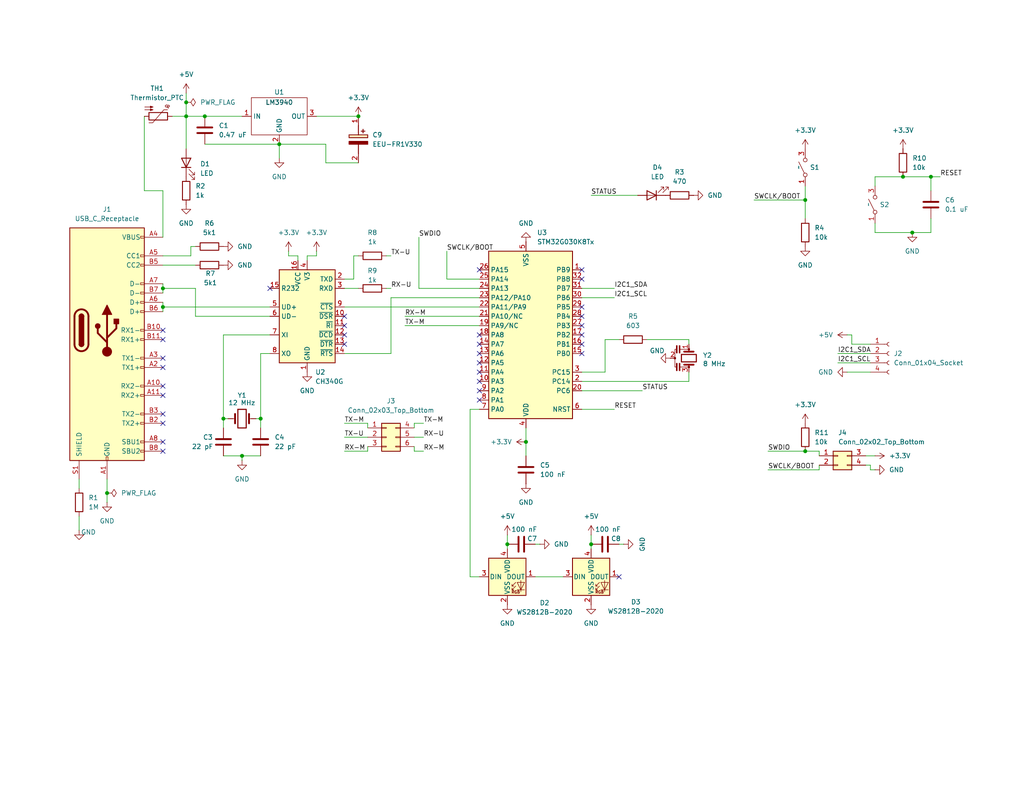
<source format=kicad_sch>
(kicad_sch (version 20231120) (generator "eeschema") (generator_version "8.0")
  (paper "USLetter")
  (title_block (title "Modular battlemap devboard") (rev "1"))
  (lib_symbols
    (symbol "Connector:Conn_01x04_Socket" (pin_names (offset 1.016) hide)
      (property "Reference" "J" (at 0 5.08 0))
      (property "Value" "Conn_01x04_Socket" (at 0 -7.62 0))
      (symbol "Conn_01x04_Socket_1_1"
        (arc (start 0 -4.572) (mid -0.5058 -5.08) (end 0 -5.588) (stroke (width 0.1524)))
        (arc (start 0 -2.032) (mid -0.5058 -2.54) (end 0 -3.048) (stroke (width 0.1524)))
        (polyline (pts (xy -1.27 -5.08) (xy -0.508 -5.08)) (stroke (width 0.1524)))
        (polyline (pts (xy -1.27 -2.54) (xy -0.508 -2.54)) (stroke (width 0.1524)))
        (polyline (pts (xy -1.27 0) (xy -0.508 0)) (stroke (width 0.1524)))
        (polyline (pts (xy -1.27 2.54) (xy -0.508 2.54)) (stroke (width 0.1524)))
        (arc (start 0 0.508) (mid -0.5058 0) (end 0 -0.508) (stroke (width 0.1524)))
        (arc (start 0 3.048) (mid -0.5058 2.54) (end 0 2.032) (stroke (width 0.1524)))
        (pin passive line (at -5.08 2.54 0) (length 3.81) (name "Pin_1") (number "1"))
        (pin passive line (at -5.08 0 0) (length 3.81) (name "Pin_2") (number "2"))
        (pin passive line (at -5.08 -2.54 0) (length 3.81) (name "Pin_3") (number "3"))
        (pin passive line (at -5.08 -5.08 0) (length 3.81) (name "Pin_4") (number "4"))
      )
    )
    (symbol "Connector_Generic:Conn_02x02_Top_Bottom" (pin_names (offset 1.016) hide)
      (property "Reference" "J" (at 1.27 2.54 0))
      (property "Value" "Conn_02x02_Top_Bottom" (at 1.27 -5.08 0))
      (symbol "Conn_02x02_Top_Bottom_1_1"
        (rectangle (start -1.27 -2.413) (end 0 -2.667) (stroke (width 0.1524)))
        (rectangle (start -1.27 0.127) (end 0 -0.127) (stroke (width 0.1524)))
        (rectangle (start -1.27 1.27) (end 3.81 -3.81) (stroke (width 0.254)) (fill (type background)))
        (rectangle (start 3.81 -2.413) (end 2.54 -2.667) (stroke (width 0.1524)))
        (rectangle (start 3.81 0.127) (end 2.54 -0.127) (stroke (width 0.1524)))
        (pin passive line (at -5.08 0 0) (length 3.81) (name "Pin_1") (number "1"))
        (pin passive line (at -5.08 -2.54 0) (length 3.81) (name "Pin_2") (number "2"))
        (pin passive line (at 7.62 0 180) (length 3.81) (name "Pin_3") (number "3"))
        (pin passive line (at 7.62 -2.54 180) (length 3.81) (name "Pin_4") (number "4"))
      )
    )
    (symbol "Connector_Generic:Conn_02x03_Top_Bottom" (pin_names (offset 1.016) hide)
      (property "Reference" "J" (at 1.27 5.08 0))
      (property "Value" "Conn_02x03_Top_Bottom" (at 1.27 -5.08 0))
      (symbol "Conn_02x03_Top_Bottom_1_1"
        (rectangle (start -1.27 -2.413) (end 0 -2.667) (stroke (width 0.1524)))
        (rectangle (start -1.27 0.127) (end 0 -0.127) (stroke (width 0.1524)))
        (rectangle (start -1.27 2.667) (end 0 2.413) (stroke (width 0.1524)))
        (rectangle (start -1.27 3.81) (end 3.81 -3.81) (stroke (width 0.254)) (fill (type background)))
        (rectangle (start 3.81 -2.413) (end 2.54 -2.667) (stroke (width 0.1524)))
        (rectangle (start 3.81 0.127) (end 2.54 -0.127) (stroke (width 0.1524)))
        (rectangle (start 3.81 2.667) (end 2.54 2.413) (stroke (width 0.1524)))
        (pin passive line (at -5.08 2.54 0) (length 3.81) (name "Pin_1") (number "1"))
        (pin passive line (at -5.08 0 0) (length 3.81) (name "Pin_2") (number "2"))
        (pin passive line (at -5.08 -2.54 0) (length 3.81) (name "Pin_3") (number "3"))
        (pin passive line (at 7.62 2.54 180) (length 3.81) (name "Pin_4") (number "4"))
        (pin passive line (at 7.62 0 180) (length 3.81) (name "Pin_5") (number "5"))
        (pin passive line (at 7.62 -2.54 180) (length 3.81) (name "Pin_6") (number "6"))
      )
    )
    (symbol "Device:C" (pin_numbers hide) (pin_names (offset 0.254))
      (property "Reference" "C" (at 0.635 2.54 0))
      (property "Value" "C" (at 0.635 -2.54 0))
      (symbol "C_0_1"
        (polyline (pts (xy -2.032 -0.762) (xy 2.032 -0.762)) (stroke (width 0.508)))
        (polyline (pts (xy -2.032 0.762) (xy 2.032 0.762)) (stroke (width 0.508)))
      )
      (symbol "C_1_1"
        (pin passive line (at 0 3.81 270) (length 2.794) (name "~") (number "1"))
        (pin passive line (at 0 -3.81 90) (length 2.794) (name "~") (number "2"))
      )
    )
    (symbol "Device:Crystal" (pin_numbers hide) (pin_names (offset 1.016) hide)
      (property "Reference" "Y" (at 0 3.81 0))
      (property "Value" "Crystal" (at 0 -3.81 0))
      (symbol "Crystal_0_1"
        (rectangle (start -1.143 2.54) (end 1.143 -2.54) (stroke (width 0.3048)))
        (polyline (pts (xy -2.54 0) (xy -1.905 0)))
        (polyline (pts (xy -1.905 -1.27) (xy -1.905 1.27)) (stroke (width 0.508)))
        (polyline (pts (xy 1.905 -1.27) (xy 1.905 1.27)) (stroke (width 0.508)))
        (polyline (pts (xy 2.54 0) (xy 1.905 0)))
      )
      (symbol "Crystal_1_1"
        (pin passive line (at -3.81 0 0) (length 1.27) (name "1") (number "1"))
        (pin passive line (at 3.81 0 180) (length 1.27) (name "2") (number "2"))
      )
    )
    (symbol "Device:LED" (pin_numbers hide) (pin_names (offset 1.016) hide)
      (property "Reference" "D" (at 0 2.54 0))
      (property "Value" "LED" (at 0 -2.54 0))
      (symbol "LED_0_1"
        (polyline (pts (xy -1.27 -1.27) (xy -1.27 1.27)) (stroke (width 0.254)))
        (polyline (pts (xy -1.27 0) (xy 1.27 0)))
        (polyline (pts (xy 1.27 -1.27) (xy 1.27 1.27) (xy -1.27 0) (xy 1.27 -1.27)) (stroke (width 0.254)))
        (polyline (pts (xy -3.048 -0.762) (xy -4.572 -2.286) (xy -3.81 -2.286) (xy -4.572 -2.286) (xy -4.572 -1.524)))
        (polyline (pts (xy -1.778 -0.762) (xy -3.302 -2.286) (xy -2.54 -2.286) (xy -3.302 -2.286) (xy -3.302 -1.524)))
      )
      (symbol "LED_1_1"
        (pin passive line (at -3.81 0 0) (length 2.54) (name "K") (number "1"))
        (pin passive line (at 3.81 0 180) (length 2.54) (name "A") (number "2"))
      )
    )
    (symbol "Device:R" (pin_numbers hide) (pin_names (offset 0))
      (property "Reference" "R" (at 2.032 0 90))
      (property "Value" "R" (at 0 0 90))
      (symbol "R_0_1"
        (rectangle (start -1.016 -2.54) (end 1.016 2.54) (stroke (width 0.254)))
      )
      (symbol "R_1_1"
        (pin passive line (at 0 3.81 270) (length 1.27) (name "~") (number "1"))
        (pin passive line (at 0 -3.81 90) (length 1.27) (name "~") (number "2"))
      )
    )
    (symbol "Device:Thermistor_PTC" (pin_numbers hide) (pin_names (offset 0))
      (property "Reference" "TH" (at -4.064 0 90))
      (property "Value" "Thermistor_PTC" (at 3.048 0 90))
      (symbol "Thermistor_PTC_0_1"
        (arc (start -3.048 2.159) (mid -3.0495 2.3143) (end -3.175 2.413))
        (arc (start -3.048 2.159) (mid -2.9736 1.9794) (end -2.794 1.905))
        (arc (start -3.048 2.794) (mid -2.9736 2.6144) (end -2.794 2.54))
        (arc (start -2.794 1.905) (mid -2.6144 1.9794) (end -2.54 2.159))
        (arc (start -2.794 2.54) (mid -2.4393 2.5587) (end -2.159 2.794))
        (arc (start -2.794 3.048) (mid -2.9736 2.9736) (end -3.048 2.794))
        (arc (start -2.54 2.794) (mid -2.6144 2.9736) (end -2.794 3.048))
        (rectangle (start -1.016 2.54) (end 1.016 -2.54) (stroke (width 0.254)))
        (polyline (pts (xy -2.54 2.159) (xy -2.54 2.794)))
        (polyline (pts (xy -1.778 2.54) (xy -1.778 1.524) (xy 1.778 -1.524) (xy 1.778 -2.54)))
        (polyline (pts (xy -2.54 -3.683) (xy -2.54 -1.397) (xy -2.794 -2.159) (xy -2.286 -2.159) (xy -2.54 -1.397) (xy -2.54 -1.651)) (fill (type outline)))
        (polyline (pts (xy -1.778 -3.683) (xy -1.778 -1.397) (xy -2.032 -2.159) (xy -1.524 -2.159) (xy -1.778 -1.397) (xy -1.778 -1.651)) (fill (type outline)))
      )
      (symbol "Thermistor_PTC_1_1"
        (pin passive line (at 0 3.81 270) (length 1.27) (name "~") (number "1"))
        (pin passive line (at 0 -3.81 90) (length 1.27) (name "~") (number "2"))
      )
    )
    (symbol "Interface_USB:CH340G"
      (property "Reference" "U" (at -5.08 13.97 0))
      (property "Value" "CH340G" (at 1.27 13.97 0))
      (symbol "CH340G_0_1"
        (rectangle (start -7.62 12.7) (end 7.62 -12.7) (stroke (width 0.254)) (fill (type background)))
      )
      (symbol "CH340G_1_1"
        (pin power_in line (at 0 -15.24 90) (length 2.54) (name "GND") (number "1"))
        (pin input line (at 10.16 0 180) (length 2.54) (name "~{DSR}") (number "10"))
        (pin input line (at 10.16 -2.54 180) (length 2.54) (name "~{RI}") (number "11"))
        (pin input line (at 10.16 -5.08 180) (length 2.54) (name "~{DCD}") (number "12"))
        (pin output line (at 10.16 -7.62 180) (length 2.54) (name "~{DTR}") (number "13"))
        (pin output line (at 10.16 -10.16 180) (length 2.54) (name "~{RTS}") (number "14"))
        (pin input line (at -10.16 7.62 0) (length 2.54) (name "R232") (number "15"))
        (pin power_in line (at -2.54 15.24 270) (length 2.54) (name "VCC") (number "16"))
        (pin output line (at 10.16 10.16 180) (length 2.54) (name "TXD") (number "2"))
        (pin input line (at 10.16 7.62 180) (length 2.54) (name "RXD") (number "3"))
        (pin power_out line (at 0 15.24 270) (length 2.54) (name "V3") (number "4"))
        (pin bidirectional line (at -10.16 2.54 0) (length 2.54) (name "UD+") (number "5"))
        (pin bidirectional line (at -10.16 0 0) (length 2.54) (name "UD-") (number "6"))
        (pin input line (at -10.16 -5.08 0) (length 2.54) (name "XI") (number "7"))
        (pin output line (at -10.16 -10.16 0) (length 2.54) (name "XO") (number "8"))
        (pin input line (at 10.16 2.54 180) (length 2.54) (name "~{CTS}") (number "9"))
      )
    )
    (symbol "LED:WS2812B-2020" (pin_names (offset 0.254))
      (property "Reference" "D" (at 5.08 5.715 0))
      (property "Value" "WS2812B-2020" (at 1.27 -5.715 0))
      (symbol "WS2812B-2020_0_0"
        (text "RGB" (at 2.286 -4.191 0) (effects (font (size 0.762 0.762))))
      )
      (symbol "WS2812B-2020_0_1"
        (polyline (pts (xy 1.27 -3.556) (xy 1.778 -3.556)))
        (polyline (pts (xy 1.27 -2.54) (xy 1.778 -2.54)))
        (polyline (pts (xy 4.699 -3.556) (xy 2.667 -3.556)))
        (polyline (pts (xy 2.286 -2.54) (xy 1.27 -3.556) (xy 1.27 -3.048)))
        (polyline (pts (xy 2.286 -1.524) (xy 1.27 -2.54) (xy 1.27 -2.032)))
        (polyline (pts (xy 3.683 -1.016) (xy 3.683 -3.556) (xy 3.683 -4.064)))
        (polyline (pts (xy 4.699 -1.524) (xy 2.667 -1.524) (xy 3.683 -3.556) (xy 4.699 -1.524)))
        (rectangle (start 5.08 5.08) (end -5.08 -5.08) (stroke (width 0.254)) (fill (type background)))
      )
      (symbol "WS2812B-2020_1_1"
        (pin output line (at 7.62 0 180) (length 2.54) (name "DOUT") (number "1"))
        (pin power_in line (at 0 -7.62 90) (length 2.54) (name "VSS") (number "2"))
        (pin input line (at -7.62 0 0) (length 2.54) (name "DIN") (number "3"))
        (pin power_in line (at 0 7.62 270) (length 2.54) (name "VDD") (number "4"))
      )
    )
    (symbol "MCU_ST_STM32G0:STM32G030K8Tx"
      (property "Reference" "U" (at -10.16 24.13 0))
      (property "Value" "STM32G030K8Tx" (at 5.08 24.13 0))
      (symbol "STM32G030K8Tx_0_1"
        (rectangle (start -10.16 -22.86) (end 12.7 22.86) (stroke (width 0.254)) (fill (type background)))
      )
      (symbol "STM32G030K8Tx_1_1"
        (pin bidirectional line (at -12.7 -17.78 0) (length 2.54) (name "PB9") (number "1"))
        (pin bidirectional line (at 15.24 12.7 180) (length 2.54) (name "PA3") (number "10"))
        (pin bidirectional line (at 15.24 10.16 180) (length 2.54) (name "PA4") (number "11"))
        (pin bidirectional line (at 15.24 7.62 180) (length 2.54) (name "PA5") (number "12"))
        (pin bidirectional line (at 15.24 5.08 180) (length 2.54) (name "PA6") (number "13"))
        (pin bidirectional line (at 15.24 2.54 180) (length 2.54) (name "PA7") (number "14"))
        (pin bidirectional line (at -12.7 5.08 0) (length 2.54) (name "PB0") (number "15"))
        (pin bidirectional line (at -12.7 2.54 0) (length 2.54) (name "PB1") (number "16"))
        (pin bidirectional line (at -12.7 0 0) (length 2.54) (name "PB2") (number "17"))
        (pin bidirectional line (at 15.24 0 180) (length 2.54) (name "PA8") (number "18"))
        (pin bidirectional line (at 15.24 -2.54 180) (length 2.54) (name "PA9/NC") (number "19"))
        (pin bidirectional line (at -12.7 12.7 0) (length 2.54) (name "PC14") (number "2"))
        (pin bidirectional line (at -12.7 15.24 0) (length 2.54) (name "PC6") (number "20"))
        (pin bidirectional line (at 15.24 -5.08 180) (length 2.54) (name "PA10/NC") (number "21"))
        (pin bidirectional line (at 15.24 -7.62 180) (length 2.54) (name "PA11/PA9") (number "22"))
        (pin bidirectional line (at 15.24 -10.16 180) (length 2.54) (name "PA12/PA10") (number "23"))
        (pin bidirectional line (at 15.24 -12.7 180) (length 2.54) (name "PA13") (number "24"))
        (pin bidirectional line (at 15.24 -15.24 180) (length 2.54) (name "PA14") (number "25"))
        (pin bidirectional line (at 15.24 -17.78 180) (length 2.54) (name "PA15") (number "26"))
        (pin bidirectional line (at -12.7 -2.54 0) (length 2.54) (name "PB3") (number "27"))
        (pin bidirectional line (at -12.7 -5.08 0) (length 2.54) (name "PB4") (number "28"))
        (pin bidirectional line (at -12.7 -7.62 0) (length 2.54) (name "PB5") (number "29"))
        (pin bidirectional line (at -12.7 10.16 0) (length 2.54) (name "PC15") (number "3"))
        (pin bidirectional line (at -12.7 -10.16 0) (length 2.54) (name "PB6") (number "30"))
        (pin bidirectional line (at -12.7 -12.7 0) (length 2.54) (name "PB7") (number "31"))
        (pin bidirectional line (at -12.7 -15.24 0) (length 2.54) (name "PB8") (number "32"))
        (pin power_in line (at 2.54 25.4 270) (length 2.54) (name "VDD") (number "4"))
        (pin power_in line (at 2.54 -25.4 90) (length 2.54) (name "VSS") (number "5"))
        (pin input line (at -12.7 20.32 0) (length 2.54) (name "NRST") (number "6"))
        (pin bidirectional line (at 15.24 20.32 180) (length 2.54) (name "PA0") (number "7"))
        (pin bidirectional line (at 15.24 17.78 180) (length 2.54) (name "PA1") (number "8"))
        (pin bidirectional line (at 15.24 15.24 180) (length 2.54) (name "PA2") (number "9"))
      )
    )
    (symbol "mesonlib:CSTNE8M00G550000R0"
      (property "Reference" "Y" (at 3.302 7.112 0))
      (property "Value" "8MHz" (at 3.302 4.572 0))
      (symbol "CSTNE8M00G550000R0_0_1"
        (polyline (pts (xy 1.397 -2.413) (xy 1.397 0)))
        (polyline (pts (xy 1.905 0) (xy 0.635 0)))
        (polyline (pts (xy 2.032 -1.27) (xy 2.032 1.27)) (stroke (width 0.508)))
        (polyline (pts (xy 5.588 -1.27) (xy 5.588 1.27)) (stroke (width 0.508)))
        (polyline (pts (xy 5.715 0) (xy 6.35 0)))
        (polyline (pts (xy 6.223 0) (xy 6.223 -2.54)))
        (polyline (pts (xy 6.223 -3.302) (xy 6.223 -3.81) (xy 1.397 -3.81) (xy 1.397 -3.302)))
        (rectangle (start 0.381 -3.175) (end 2.413 -3.429) (fill (type outline)))
        (rectangle (start 0.381 -2.413) (end 2.413 -2.667) (fill (type outline)))
        (circle (center 1.397 0) (radius 0.254) (fill (type outline)))
        (rectangle (start 2.794 2.032) (end 4.826 -2.032) (stroke (width 0.3048)))
        (circle (center 3.81 -3.81) (radius 0.254) (fill (type outline)))
        (rectangle (start 5.207 -3.175) (end 7.239 -3.429) (fill (type outline)))
        (rectangle (start 5.207 -2.413) (end 7.239 -2.667) (fill (type outline)))
        (circle (center 6.223 0) (radius 0.254) (fill (type outline)))
      )
      (symbol "CSTNE8M00G550000R0_1_1"
        (pin passive line (at 0 0 0) (length 1.27) (name "") (number "1"))
        (pin passive line (at 3.81 -5.08 90) (length 1.27) (name "") (number "2"))
        (pin passive line (at 7.62 0 180) (length 1.27) (name "") (number "3"))
      )
    )
    (symbol "mesonlib:EEU-FR1V330" (pin_names hide)
      (property "Reference" "C" (at 8.89 6.35 0))
      (property "Value" "EEU-FR1V330" (at 8.89 3.81 0))
      (symbol "EEU-FR1V330_1_1"
        (polyline (pts (xy 2.54 0) (xy 5.08 0)) (stroke (width 0.254)))
        (polyline (pts (xy 4.064 1.778) (xy 4.064 0.762)) (stroke (width 0.254)))
        (polyline (pts (xy 4.572 1.27) (xy 3.556 1.27)) (stroke (width 0.254)))
        (polyline (pts (xy 7.62 0) (xy 10.16 0)) (stroke (width 0.254)))
        (polyline (pts (xy 7.62 2.54) (xy 7.62 -2.54) (xy 6.858 -2.54) (xy 6.858 2.54) (xy 7.62 2.54)) (stroke (width 0.254)) (fill (type outline)))
        (rectangle (start 5.08 2.54) (end 5.842 -2.54) (stroke (width 0.254)) (fill (type background)))
        (pin passive line (at 0 0 0) (length 2.54) (name "+") (number "1"))
        (pin passive line (at 12.7 0 180) (length 2.54) (name "-") (number "2"))
      )
    )
    (symbol "mesonlib:LM3940"
      (property "Reference" "U" (at 0 7.62 0))
      (symbol "LM3940_0_1"
        (rectangle (start -7.62 5.08) (end 7.62 -5.08))
      )
      (symbol "LM3940_1_1"
        (text "LM3940" (at 0 3.81 0) (effects (font (size 1.27 1.27))))
        (pin power_in line (at -10.16 0 0) (length 2.54) (name "IN") (number "1"))
        (pin passive line (at 0 -7.62 90) (length 2.54) (name "GND") (number "2"))
        (pin power_out line (at 10.16 0 180) (length 2.54) (name "OUT") (number "3"))
      )
    )
    (symbol "mesonlib:USB_C_Receptacle" (pin_names (offset 1.016))
      (property "Reference" "J" (at -10.16 29.21 0))
      (property "Value" "USB_C_Receptacle" (at 10.16 29.21 0))
      (symbol "USB_C_Receptacle_0_0"
        (rectangle (start -0.254 -35.56) (end 0.254 -34.544))
        (rectangle (start 10.16 -32.766) (end 9.144 -33.274))
        (rectangle (start 10.16 -30.226) (end 9.144 -30.734))
        (rectangle (start 10.16 -25.146) (end 9.144 -25.654))
        (rectangle (start 10.16 -22.606) (end 9.144 -23.114))
        (rectangle (start 10.16 -17.526) (end 9.144 -18.034))
        (rectangle (start 10.16 -14.986) (end 9.144 -15.494))
        (rectangle (start 10.16 -9.906) (end 9.144 -10.414))
        (rectangle (start 10.16 -7.366) (end 9.144 -7.874))
        (rectangle (start 10.16 -2.286) (end 9.144 -2.794))
        (rectangle (start 10.16 0.254) (end 9.144 -0.254))
        (rectangle (start 10.16 5.334) (end 9.144 4.826))
        (rectangle (start 10.16 7.874) (end 9.144 7.366))
        (rectangle (start 10.16 10.414) (end 9.144 9.906))
        (rectangle (start 10.16 12.954) (end 9.144 12.446))
        (rectangle (start 10.16 18.034) (end 9.144 17.526))
        (rectangle (start 10.16 20.574) (end 9.144 20.066))
        (rectangle (start 10.16 25.654) (end 9.144 25.146))
      )
      (symbol "USB_C_Receptacle_0_1"
        (rectangle (start -10.16 27.94) (end 10.16 -35.56) (stroke (width 0.254)) (fill (type background)))
        (arc (start -8.89 -3.81) (mid -6.985 -5.7067) (end -5.08 -3.81) (stroke (width 0.508)))
        (arc (start -7.62 -3.81) (mid -6.985 -4.4423) (end -6.35 -3.81) (stroke (width 0.254)))
        (arc (start -7.62 -3.81) (mid -6.985 -4.4423) (end -6.35 -3.81) (stroke (width 0.254)) (fill (type outline)))
        (rectangle (start -7.62 -3.81) (end -6.35 3.81) (stroke (width 0.254)) (fill (type outline)))
        (arc (start -6.35 3.81) (mid -6.985 4.4423) (end -7.62 3.81) (stroke (width 0.254)))
        (arc (start -6.35 3.81) (mid -6.985 4.4423) (end -7.62 3.81) (stroke (width 0.254)) (fill (type outline)))
        (arc (start -5.08 3.81) (mid -6.985 5.7067) (end -8.89 3.81) (stroke (width 0.508)))
        (polyline (pts (xy -8.89 -3.81) (xy -8.89 3.81)) (stroke (width 0.508)))
        (polyline (pts (xy -5.08 3.81) (xy -5.08 -3.81)) (stroke (width 0.508)))
      )
      (symbol "USB_C_Receptacle_1_1"
        (circle (center -2.54 1.143) (radius 0.635) (stroke (width 0.254)) (fill (type outline)))
        (circle (center 0 -5.842) (radius 1.27) (fill (type outline)))
        (polyline (pts (xy 0 -5.842) (xy 0 4.318)) (stroke (width 0.508)))
        (polyline (pts (xy 0 -3.302) (xy -2.54 -0.762) (xy -2.54 0.508)) (stroke (width 0.508)))
        (polyline (pts (xy 0 -2.032) (xy 2.54 0.508) (xy 2.54 1.778)) (stroke (width 0.508)))
        (polyline (pts (xy -1.27 4.318) (xy 0 6.858) (xy 1.27 4.318) (xy -1.27 4.318)) (stroke (width 0.254)) (fill (type outline)))
        (rectangle (start 1.905 1.778) (end 3.175 3.048) (stroke (width 0.254)) (fill (type outline)))
        (pin passive line (at 0 -40.64 90) (length 5.08) (name "GND") (number "A1"))
        (pin bidirectional line (at 15.24 -15.24 180) (length 5.08) (name "RX2-") (number "A10"))
        (pin bidirectional line (at 15.24 -17.78 180) (length 5.08) (name "RX2+") (number "A11"))
        (pin passive line (at 0 -40.64 90) (length 5.08) hide (name "GND") (number "A12"))
        (pin bidirectional line (at 15.24 -10.16 180) (length 5.08) (name "TX1+") (number "A2"))
        (pin bidirectional line (at 15.24 -7.62 180) (length 5.08) (name "TX1-") (number "A3"))
        (pin power_out line (at 15.24 25.4 180) (length 5.08) (name "VBUS") (number "A4"))
        (pin bidirectional line (at 15.24 20.32 180) (length 5.08) (name "CC1") (number "A5"))
        (pin bidirectional line (at 15.24 7.62 180) (length 5.08) (name "D+") (number "A6"))
        (pin bidirectional line (at 15.24 12.7 180) (length 5.08) (name "D-") (number "A7"))
        (pin bidirectional line (at 15.24 -30.48 180) (length 5.08) (name "SBU1") (number "A8"))
        (pin passive line (at 15.24 25.4 180) (length 5.08) hide (name "VBUS") (number "A9"))
        (pin passive line (at 0 -40.64 90) (length 5.08) hide (name "GND") (number "B1"))
        (pin bidirectional line (at 15.24 0 180) (length 5.08) (name "RX1-") (number "B10"))
        (pin bidirectional line (at 15.24 -2.54 180) (length 5.08) (name "RX1+") (number "B11"))
        (pin passive line (at 0 -40.64 90) (length 5.08) hide (name "GND") (number "B12"))
        (pin bidirectional line (at 15.24 -25.4 180) (length 5.08) (name "TX2+") (number "B2"))
        (pin bidirectional line (at 15.24 -22.86 180) (length 5.08) (name "TX2-") (number "B3"))
        (pin passive line (at 15.24 25.4 180) (length 5.08) hide (name "VBUS") (number "B4"))
        (pin bidirectional line (at 15.24 17.78 180) (length 5.08) (name "CC2") (number "B5"))
        (pin bidirectional line (at 15.24 5.08 180) (length 5.08) (name "D+") (number "B6"))
        (pin bidirectional line (at 15.24 10.16 180) (length 5.08) (name "D-") (number "B7"))
        (pin bidirectional line (at 15.24 -33.02 180) (length 5.08) (name "SBU2") (number "B8"))
        (pin passive line (at 15.24 25.4 180) (length 5.08) hide (name "VBUS") (number "B9"))
        (pin passive line (at -7.62 -40.64 90) (length 5.08) (name "SHIELD") (number "S1"))
      )
    )
    (symbol "mesonlib:pushbutton_5.2x5.2mm_smd"
      (property "Reference" "S" (at 4.572 5.08 0))
      (symbol "pushbutton_5.2x5.2mm_smd_0_0"
        (polyline (pts (xy 3.556 0.254) (xy 6.604 1.778)))
        (circle (center 3.048 0) (radius 0.508))
        (circle (center 7.112 0) (radius 0.508))
      )
      (symbol "pushbutton_5.2x5.2mm_smd_1_1"
        (pin passive line (at 0 0 0) (length 2.54) (name "") (number "1"))
        (pin passive line (at 0 0 0) (length 2.54) hide (name "") (number "2"))
        (pin passive line (at 10.16 0 180) (length 2.54) (name "") (number "3"))
        (pin passive line (at 10.16 0 180) (length 2.54) hide (name "") (number "4"))
      )
    )
    (symbol "power:+3.3V" (power) (pin_numbers hide) (pin_names (offset 0) hide)
      (property "Value" "+3.3V" (at 0 3.556 0))
      (symbol "+3.3V_0_1"
        (polyline (pts (xy -0.762 1.27) (xy 0 2.54)))
        (polyline (pts (xy 0 0) (xy 0 2.54)))
        (polyline (pts (xy 0 2.54) (xy 0.762 1.27)))
      )
      (symbol "+3.3V_1_1"
        (pin power_in line (at 0 0 90) (length 0) (name "~") (number "1"))
      )
    )
    (symbol "power:+5V" (power) (pin_numbers hide) (pin_names (offset 0) hide)
      (property "Value" "+5V" (at 0 3.556 0))
      (symbol "+5V_0_1"
        (polyline (pts (xy -0.762 1.27) (xy 0 2.54)))
        (polyline (pts (xy 0 0) (xy 0 2.54)))
        (polyline (pts (xy 0 2.54) (xy 0.762 1.27)))
      )
      (symbol "+5V_1_1"
        (pin power_in line (at 0 0 90) (length 0) (name "~") (number "1"))
      )
    )
    (symbol "power:GND" (power) (pin_numbers hide) (pin_names (offset 0) hide)
      (property "Value" "GND" (at 0 -3.81 0))
      (symbol "GND_0_1"
        (polyline (pts (xy 0 0) (xy 0 -1.27) (xy 1.27 -1.27) (xy 0 -2.54) (xy -1.27 -1.27) (xy 0 -1.27)))
      )
      (symbol "GND_1_1"
        (pin power_in line (at 0 0 270) (length 0) (name "~") (number "1"))
      )
    )
    (symbol "power:PWR_FLAG" (power) (pin_numbers hide) (pin_names (offset 0) hide)
      (property "Value" "PWR_FLAG" (at 0 3.81 0))
      (symbol "PWR_FLAG_0_0"
        (pin power_out line (at 0 0 90) (length 0) (name "~") (number "1"))
      )
      (symbol "PWR_FLAG_0_1"
        (polyline (pts (xy 0 0) (xy 0 1.27) (xy -1.016 1.905) (xy 0 2.54) (xy 1.016 1.905) (xy 0 1.27)))
      )
    )
  )
  (junction (at 50.8 31.75))
  (junction (at 138.43 148.59))
  (junction (at 219.71 54.61))
  (junction (at 248.92 63.5))
  (junction (at 246.38 48.26))
  (junction (at 44.45 83.82))
  (junction (at 66.04 124.46))
  (junction (at 44.45 78.74))
  (junction (at 50.8 27.94))
  (junction (at 219.71 123.19))
  (junction (at 29.21 134.62))
  (junction (at 97.79 31.75))
  (junction (at 60.96 114.3))
  (junction (at 55.88 31.75))
  (junction (at 143.51 120.65))
  (junction (at 161.29 148.59))
  (junction (at 254 48.26))
  (junction (at 71.12 114.3))
  (junction (at 76.2 39.37))
  (no_connect (at 130.81 96.52))
  (no_connect (at 130.81 99.06))
  (no_connect (at 130.81 101.6))
  (no_connect (at 93.98 88.9))
  (no_connect (at 168.91 157.48))
  (no_connect (at 158.75 91.44))
  (no_connect (at 44.45 92.71))
  (no_connect (at 44.45 113.03))
  (no_connect (at 44.45 90.17))
  (no_connect (at 158.75 88.9))
  (no_connect (at 158.75 76.2))
  (no_connect (at 130.81 91.44))
  (no_connect (at 158.75 93.98))
  (no_connect (at 44.45 100.33))
  (no_connect (at 73.66 78.74))
  (no_connect (at 93.98 86.36))
  (no_connect (at 130.81 73.66))
  (no_connect (at 44.45 123.19))
  (no_connect (at 130.81 104.14))
  (no_connect (at 130.81 93.98))
  (no_connect (at 44.45 120.65))
  (no_connect (at 44.45 97.79))
  (no_connect (at 44.45 107.95))
  (no_connect (at 44.45 115.57))
  (no_connect (at 130.81 109.22))
  (no_connect (at 130.81 106.68))
  (no_connect (at 158.75 83.82))
  (no_connect (at 158.75 86.36))
  (no_connect (at 158.75 96.52))
  (no_connect (at 44.45 105.41))
  (no_connect (at 93.98 93.98))
  (no_connect (at 93.98 91.44))
  (no_connect (at 158.75 73.66))
  (wire (pts (xy 100.33 116.84) (xy 100.33 115.57)))
  (wire (pts (xy 158.75 101.6) (xy 165.1 101.6)))
  (wire (pts (xy 100.33 121.92) (xy 100.33 123.19)))
  (wire (pts (xy 228.6 99.06) (xy 237.49 99.06)))
  (wire (pts (xy 60.96 124.46) (xy 66.04 124.46)))
  (wire (pts (xy 113.03 123.19) (xy 115.57 123.19)))
  (wire (pts (xy 209.55 123.19) (xy 219.71 123.19)))
  (wire (pts (xy 223.52 124.46) (xy 223.52 123.19)))
  (wire (pts (xy 71.12 96.52) (xy 71.12 114.3)))
  (wire (pts (xy 50.8 25.4) (xy 50.8 27.94)))
  (wire (pts (xy 106.68 81.28) (xy 130.81 81.28)))
  (wire (pts (xy 53.34 72.39) (xy 44.45 72.39)))
  (wire (pts (xy 165.1 92.71) (xy 168.91 92.71)))
  (wire (pts (xy 73.66 96.52) (xy 71.12 96.52)))
  (wire (pts (xy 173.99 53.34) (xy 161.29 53.34)))
  (wire (pts (xy 52.07 69.85) (xy 44.45 69.85)))
  (wire (pts (xy 219.71 123.19) (xy 223.52 123.19)))
  (wire (pts (xy 158.75 106.68) (xy 175.26 106.68)))
  (wire (pts (xy 158.75 78.74) (xy 167.64 78.74)))
  (wire (pts (xy 29.21 130.81) (xy 29.21 134.62)))
  (wire (pts (xy 114.3 78.74) (xy 130.81 78.74)))
  (wire (pts (xy 88.9 44.45) (xy 88.9 39.37)))
  (wire (pts (xy 66.04 124.46) (xy 71.12 124.46)))
  (wire (pts (xy 165.1 101.6) (xy 165.1 92.71)))
  (wire (pts (xy 97.79 44.45) (xy 88.9 44.45)))
  (wire (pts (xy 78.74 69.85) (xy 81.28 69.85)))
  (wire (pts (xy 238.76 48.26) (xy 238.76 50.8)))
  (wire (pts (xy 113.03 116.84) (xy 113.03 115.57)))
  (wire (pts (xy 143.51 120.65) (xy 143.51 124.46)))
  (wire (pts (xy 44.45 78.74) (xy 44.45 80.01)))
  (wire (pts (xy 237.49 127) (xy 236.22 127)))
  (wire (pts (xy 158.75 81.28) (xy 167.64 81.28)))
  (wire (pts (xy 73.66 91.44) (xy 60.96 91.44)))
  (wire (pts (xy 46.99 31.75) (xy 50.8 31.75)))
  (wire (pts (xy 254 48.26) (xy 254 52.07)))
  (wire (pts (xy 93.98 96.52) (xy 106.68 96.52)))
  (wire (pts (xy 96.52 69.85) (xy 96.52 76.2)))
  (wire (pts (xy 44.45 83.82) (xy 44.45 85.09)))
  (wire (pts (xy 187.96 92.71) (xy 187.96 93.98)))
  (wire (pts (xy 238.76 60.96) (xy 238.76 63.5)))
  (wire (pts (xy 44.45 83.82) (xy 73.66 83.82)))
  (wire (pts (xy 21.59 140.97) (xy 21.59 144.78)))
  (wire (pts (xy 44.45 78.74) (xy 53.34 78.74)))
  (wire (pts (xy 146.05 157.48) (xy 153.67 157.48)))
  (wire (pts (xy 73.66 86.36) (xy 53.34 86.36)))
  (wire (pts (xy 254 63.5) (xy 248.92 63.5)))
  (wire (pts (xy 128.27 111.76) (xy 128.27 157.48)))
  (wire (pts (xy 231.14 91.44) (xy 232.41 91.44)))
  (wire (pts (xy 44.45 52.07) (xy 44.45 64.77)))
  (wire (pts (xy 96.52 69.85) (xy 97.79 69.85)))
  (wire (pts (xy 29.21 134.62) (xy 29.21 137.16)))
  (wire (pts (xy 71.12 114.3) (xy 69.85 114.3)))
  (wire (pts (xy 254 48.26) (xy 256.54 48.26)))
  (wire (pts (xy 86.36 31.75) (xy 97.79 31.75)))
  (wire (pts (xy 138.43 146.05) (xy 138.43 148.59)))
  (wire (pts (xy 86.36 69.85) (xy 86.36 68.58)))
  (wire (pts (xy 50.8 31.75) (xy 55.88 31.75)))
  (wire (pts (xy 219.71 54.61) (xy 219.71 59.69)))
  (wire (pts (xy 158.75 111.76) (xy 167.64 111.76)))
  (wire (pts (xy 53.34 67.31) (xy 52.07 67.31)))
  (wire (pts (xy 232.41 91.44) (xy 232.41 93.98)))
  (wire (pts (xy 113.03 115.57) (xy 115.57 115.57)))
  (wire (pts (xy 138.43 148.59) (xy 138.43 149.86)))
  (wire (pts (xy 93.98 83.82) (xy 130.81 83.82)))
  (wire (pts (xy 78.74 69.85) (xy 78.74 68.58)))
  (wire (pts (xy 158.75 104.14) (xy 187.96 104.14)))
  (wire (pts (xy 237.49 128.27) (xy 237.49 127)))
  (wire (pts (xy 238.76 63.5) (xy 248.92 63.5)))
  (wire (pts (xy 105.41 78.74) (xy 106.68 78.74)))
  (wire (pts (xy 76.2 39.37) (xy 76.2 43.18)))
  (wire (pts (xy 238.76 128.27) (xy 237.49 128.27)))
  (wire (pts (xy 219.71 50.8) (xy 219.71 54.61)))
  (wire (pts (xy 113.03 119.38) (xy 115.57 119.38)))
  (wire (pts (xy 161.29 146.05) (xy 161.29 148.59)))
  (wire (pts (xy 44.45 77.47) (xy 44.45 78.74)))
  (wire (pts (xy 113.03 121.92) (xy 113.03 123.19)))
  (wire (pts (xy 110.49 88.9) (xy 130.81 88.9)))
  (wire (pts (xy 238.76 48.26) (xy 246.38 48.26)))
  (wire (pts (xy 161.29 148.59) (xy 161.29 149.86)))
  (wire (pts (xy 146.05 148.59) (xy 147.32 148.59)))
  (wire (pts (xy 106.68 96.52) (xy 106.68 81.28)))
  (wire (pts (xy 168.91 148.59) (xy 170.18 148.59)))
  (wire (pts (xy 66.04 125.73) (xy 66.04 124.46)))
  (wire (pts (xy 96.52 76.2) (xy 93.98 76.2)))
  (wire (pts (xy 232.41 93.98) (xy 237.49 93.98)))
  (wire (pts (xy 105.41 69.85) (xy 106.68 69.85)))
  (wire (pts (xy 254 59.69) (xy 254 63.5)))
  (wire (pts (xy 93.98 119.38) (xy 100.33 119.38)))
  (wire (pts (xy 86.36 69.85) (xy 83.82 69.85)))
  (wire (pts (xy 60.96 91.44) (xy 60.96 114.3)))
  (wire (pts (xy 130.81 111.76) (xy 128.27 111.76)))
  (wire (pts (xy 238.76 124.46) (xy 236.22 124.46)))
  (wire (pts (xy 187.96 101.6) (xy 187.96 104.14)))
  (wire (pts (xy 128.27 157.48) (xy 130.81 157.48)))
  (wire (pts (xy 93.98 115.57) (xy 100.33 115.57)))
  (wire (pts (xy 176.53 92.71) (xy 187.96 92.71)))
  (wire (pts (xy 93.98 123.19) (xy 100.33 123.19)))
  (wire (pts (xy 223.52 127) (xy 223.52 128.27)))
  (wire (pts (xy 39.37 52.07) (xy 44.45 52.07)))
  (wire (pts (xy 52.07 67.31) (xy 52.07 69.85)))
  (wire (pts (xy 55.88 31.75) (xy 66.04 31.75)))
  (wire (pts (xy 114.3 64.77) (xy 114.3 78.74)))
  (wire (pts (xy 81.28 69.85) (xy 81.28 71.12)))
  (wire (pts (xy 209.55 128.27) (xy 223.52 128.27)))
  (wire (pts (xy 71.12 116.84) (xy 71.12 114.3)))
  (wire (pts (xy 231.14 101.6) (xy 237.49 101.6)))
  (wire (pts (xy 39.37 31.75) (xy 39.37 52.07)))
  (wire (pts (xy 44.45 82.55) (xy 44.45 83.82)))
  (wire (pts (xy 55.88 39.37) (xy 76.2 39.37)))
  (wire (pts (xy 50.8 31.75) (xy 50.8 40.64)))
  (wire (pts (xy 60.96 114.3) (xy 62.23 114.3)))
  (wire (pts (xy 143.51 116.84) (xy 143.51 120.65)))
  (wire (pts (xy 76.2 39.37) (xy 88.9 39.37)))
  (wire (pts (xy 246.38 48.26) (xy 254 48.26)))
  (wire (pts (xy 93.98 78.74) (xy 97.79 78.74)))
  (wire (pts (xy 110.49 86.36) (xy 130.81 86.36)))
  (wire (pts (xy 21.59 130.81) (xy 21.59 133.35)))
  (wire (pts (xy 53.34 86.36) (xy 53.34 78.74)))
  (wire (pts (xy 83.82 69.85) (xy 83.82 71.12)))
  (wire (pts (xy 130.81 76.2) (xy 121.92 76.2)))
  (wire (pts (xy 205.74 54.61) (xy 219.71 54.61)))
  (wire (pts (xy 50.8 27.94) (xy 50.8 31.75)))
  (wire (pts (xy 121.92 68.58) (xy 121.92 76.2)))
  (wire (pts (xy 228.6 96.52) (xy 237.49 96.52)))
  (wire (pts (xy 60.96 116.84) (xy 60.96 114.3)))
  (label "RX-U" (at 115.57 119.38 0))
  (label "TX-M" (at 110.49 88.9 0))
  (label "SWCLK{slash}BOOT" (at 209.55 128.27 0))
  (label "STATUS" (at 161.29 53.34 0))
  (label "SWCLK{slash}BOOT" (at 205.74 54.61 0))
  (label "TX-M" (at 93.98 115.57 0))
  (label "TX-M" (at 115.57 115.57 0))
  (label "TX-U" (at 106.68 69.85 0))
  (label "RX-M" (at 93.98 123.19 0))
  (label "SWDIO" (at 209.55 123.19 0))
  (label "RESET" (at 256.54 48.26 0))
  (label "RX-M" (at 115.57 123.19 0))
  (label "RX-U" (at 106.68 78.74 0))
  (label "SWDIO" (at 114.3 64.77 0))
  (label "I2C1_SDA" (at 228.6 96.52 0))
  (label "TX-U" (at 93.98 119.38 0))
  (label "I2C1_SCL" (at 167.64 81.28 0))
  (label "STATUS" (at 175.26 106.68 0))
  (label "I2C1_SCL" (at 228.6 99.06 0))
  (label "SWCLK{slash}BOOT" (at 121.92 68.58 0))
  (label "I2C1_SDA" (at 167.64 78.74 0))
  (label "RESET" (at 167.64 111.76 0))
  (label "RX-M" (at 110.49 86.36 0))
  (symbol (lib_id "mesonlib:pushbutton_5.2x5.2mm_smd") (at 238.76 60.96 90) (unit 1)
    (property "Reference" "S2" (at 240.03 55.8799 90) (effects (justify right)))
    (property "Value" "~" (at 236.22 56.388 0) (effects (justify left top)))
    (property "Footprint" "mesonlib:PTS526SM15SMTR2LFS" (effects (hide yes)))
    (property "Description" "Tactile Switches 50mA 12VDC, 5.2x5.2mm, 1.5mm H, 160gf, G leads, No ground pin, metal actuator" (effects (hide yes)))
    (property "Height" "1.5" (effects (hide yes)))
    (property "Mouser Part Number" "611-PTS526SM15SMTR2L" (effects (hide yes)))
    (property "Mouser Price/Stock" "https://www.mouser.co.uk/ProductDetail/CK/PTS526-SM15-SMTR2-LFS?qs=UXgszm6BlbENivbslIA%252B5g%3D%3D" (effects (hide yes)))
    (property "Manufacturer_Name" "C & K COMPONENTS" (effects (hide yes)))
    (property "Manufacturer_Part_Number" "PTS526 SM15 SMTR2 LFS" (effects (hide yes)))
  )
  (symbol (lib_id "power:GND") (at 170.18 148.59 90) (unit 1)
    (property "Reference" "#PWR025" (effects (hide yes)))
    (property "Value" "GND" (at 175.26 148.59 0))
    (property "Description" "Power symbol creates a global label with name \"GND\" , ground" (effects (hide yes)))
  )
  (symbol (lib_id "power:GND") (at 50.8 55.88 0) (unit 1)
    (property "Reference" "#PWR04" (effects (hide yes)))
    (property "Value" "GND" (at 50.8 60.96 0))
    (property "Description" "Power symbol creates a global label with name \"GND\" , ground" (effects (hide yes)))
  )
  (symbol (lib_id "mesonlib:USB_C_Receptacle") (at 29.21 90.17 0) (unit 1)
    (property "Reference" "J1" (at 29.21 57.15 0))
    (property "Value" "USB_C_Receptacle" (at 29.21 59.69 0))
    (property "Footprint" "Connector_USB:USB_C_Receptacle_Palconn_UTC16-G" (effects (hide yes)))
    (property "Datasheet" "https://www.usb.org/sites/default/files/documents/usb_type-c.zip" (effects (hide yes)))
    (property "Description" "USB Full-Featured Type-C Receptacle connector" (effects (hide yes)))
  )
  (symbol (lib_id "power:GND") (at 60.96 72.39 90) (unit 1)
    (property "Reference" "#PWR027" (effects (hide yes)))
    (property "Value" "GND" (at 64.77 72.3899 90) (effects (justify right)))
    (property "Description" "Power symbol creates a global label with name \"GND\" , ground" (effects (hide yes)))
  )
  (symbol (lib_id "power:+3.3V") (at 78.74 68.58 0) (unit 1)
    (property "Reference" "#PWR07" (effects (hide yes)))
    (property "Value" "+3.3V" (at 78.74 63.5 0))
    (property "Description" "Power symbol creates a global label with name \"+3.3V\"" (effects (hide yes)))
  )
  (symbol (lib_id "power:+3.3V") (at 246.38 40.64 0) (unit 1)
    (property "Reference" "#PWR029" (effects (hide yes)))
    (property "Value" "+3.3V" (at 246.38 35.56 0))
    (property "Description" "Power symbol creates a global label with name \"+3.3V\"" (effects (hide yes)))
  )
  (symbol (lib_id "power:+5V") (at 231.14 91.44 90) (unit 1)
    (property "Reference" "#PWR021" (effects (hide yes)))
    (property "Value" "+5V" (at 227.33 91.4399 90) (effects (justify left)))
    (property "Description" "Power symbol creates a global label with name \"+5V\"" (effects (hide yes)))
  )
  (symbol (lib_id "power:GND") (at 83.82 101.6 0) (unit 1)
    (property "Reference" "#PWR08" (effects (hide yes)))
    (property "Value" "GND" (at 83.82 106.68 0))
    (property "Description" "Power symbol creates a global label with name \"GND\" , ground" (effects (hide yes)))
  )
  (symbol (lib_id "power:+3.3V") (at 86.36 68.58 0) (unit 1)
    (property "Reference" "#PWR028" (effects (hide yes)))
    (property "Value" "+3.3V" (at 86.36 63.5 0))
    (property "Description" "Power symbol creates a global label with name \"+3.3V\"" (effects (hide yes)))
  )
  (symbol (lib_id "Device:R") (at 57.15 72.39 90) (unit 1)
    (property "Reference" "R7" (at 57.404 74.676 90))
    (property "Value" "5k1" (at 57.404 77.216 90))
    (property "Footprint" "Resistor_SMD:R_0603_1608Metric" (effects (hide yes)))
    (property "Description" "Resistor" (effects (hide yes)))
  )
  (symbol (lib_id "power:+3.3V") (at 219.71 40.64 0) (unit 1)
    (property "Reference" "#PWR019" (effects (hide yes)))
    (property "Value" "+3.3V" (at 219.71 35.56 0))
    (property "Description" "Power symbol creates a global label with name \"+3.3V\"" (effects (hide yes)))
  )
  (symbol (lib_id "power:GND") (at 161.29 165.1 0) (unit 1)
    (property "Reference" "#PWR016" (effects (hide yes)))
    (property "Value" "GND" (at 161.29 170.18 0))
    (property "Description" "Power symbol creates a global label with name \"GND\" , ground" (effects (hide yes)))
  )
  (symbol (lib_id "Device:C") (at 71.12 120.65 0) (unit 1)
    (property "Reference" "C4" (at 74.93 119.3799 0) (effects (justify left)))
    (property "Value" "22 pF	" (at 74.93 121.9199 0) (effects (justify left)))
    (property "Footprint" "Capacitor_SMD:C_0603_1608Metric" (effects (hide yes)))
    (property "Description" "Unpolarized capacitor" (effects (hide yes)))
  )
  (symbol (lib_id "power:GND") (at 219.71 67.31 0) (unit 1)
    (property "Reference" "#PWR020" (effects (hide yes)))
    (property "Value" "GND" (at 219.71 72.39 0))
    (property "Description" "Power symbol creates a global label with name \"GND\" , ground" (effects (hide yes)))
  )
  (symbol (lib_id "power:GND") (at 29.21 137.16 0) (unit 1)
    (property "Reference" "#PWR02" (effects (hide yes)))
    (property "Value" "GND" (at 29.21 142.24 0))
    (property "Description" "Power symbol creates a global label with name \"GND\" , ground" (effects (hide yes)))
  )
  (symbol (lib_id "Device:Thermistor_PTC") (at 43.18 31.75 270) (unit 1)
    (property "Reference" "TH1" (at 42.8625 24.13 90))
    (property "Value" "Thermistor_PTC" (at 42.8625 26.67 90))
    (property "Footprint" "mesonlib:Eaton PTS120616V025" (effects (hide yes)))
    (property "Description" "Temperature dependent resistor, positive temperature coefficient" (effects (hide yes)))
  )
  (symbol (lib_id "Device:R") (at 246.38 44.45 0) (unit 1)
    (property "Reference" "R10" (at 248.92 43.1799 0) (effects (justify left)))
    (property "Value" "10k" (at 248.92 45.7199 0) (effects (justify left)))
    (property "Footprint" "Resistor_SMD:R_0603_1608Metric" (effects (hide yes)))
    (property "Description" "Resistor" (effects (hide yes)))
  )
  (symbol (lib_id "power:GND") (at 248.92 63.5 0) (unit 1)
    (property "Reference" "#PWR023" (effects (hide yes)))
    (property "Value" "GND" (at 248.92 68.58 0))
    (property "Description" "Power symbol creates a global label with name \"GND\" , ground" (effects (hide yes)))
  )
  (symbol (lib_id "mesonlib:pushbutton_5.2x5.2mm_smd") (at 219.71 50.8 90) (unit 1)
    (property "Reference" "S1" (at 220.98 45.7199 90) (effects (justify right)))
    (property "Value" "~" (at 217.17 46.228 0) (effects (justify left top)))
    (property "Footprint" "mesonlib:PTS526SM15SMTR2LFS" (effects (hide yes)))
    (property "Description" "Tactile Switches 50mA 12VDC, 5.2x5.2mm, 1.5mm H, 160gf, G leads, No ground pin, metal actuator" (effects (hide yes)))
    (property "Height" "1.5" (effects (hide yes)))
    (property "Mouser Part Number" "611-PTS526SM15SMTR2L" (effects (hide yes)))
    (property "Mouser Price/Stock" "https://www.mouser.co.uk/ProductDetail/CK/PTS526-SM15-SMTR2-LFS?qs=UXgszm6BlbENivbslIA%252B5g%3D%3D" (effects (hide yes)))
    (property "Manufacturer_Name" "C & K COMPONENTS" (effects (hide yes)))
    (property "Manufacturer_Part_Number" "PTS526 SM15 SMTR2 LFS" (effects (hide yes)))
  )
  (symbol (lib_id "power:+3.3V") (at 143.51 120.65 90) (unit 1)
    (property "Reference" "#PWR013" (effects (hide yes)))
    (property "Value" "+3.3V" (at 139.7 120.6499 90) (effects (justify left)))
    (property "Description" "Power symbol creates a global label with name \"+3.3V\"" (effects (hide yes)))
  )
  (symbol (lib_id "power:GND") (at 143.51 66.04 180) (unit 1)
    (property "Reference" "#PWR012" (effects (hide yes)))
    (property "Value" "GND" (at 143.51 60.96 0))
    (property "Description" "Power symbol creates a global label with name \"GND\" , ground" (effects (hide yes)))
  )
  (symbol (lib_id "Connector_Generic:Conn_02x02_Top_Bottom") (at 228.6 124.46 0) (unit 1)
    (property "Reference" "J4" (at 229.87 118.11 0))
    (property "Value" "Conn_02x02_Top_Bottom" (at 240.538 120.65 0))
    (property "Footprint" "Connector_PinHeader_2.54mm:PinHeader_2x02_P2.54mm_Vertical" (effects (hide yes)))
    (property "Description" "Generic connector, double row, 02x02, top/bottom pin numbering scheme (row 1: 1...pins_per_row, row2: pins_per_row+1 ... num_pins), script generated (kicad-library-utils/schlib/autogen/connector/)" (effects (hide yes)))
  )
  (symbol (lib_id "Device:R") (at 172.72 92.71 90) (unit 1)
    (property "Reference" "R5" (at 172.72 86.36 90))
    (property "Value" "603" (at 172.72 88.9 90))
    (property "Footprint" "Resistor_SMD:R_0603_1608Metric" (effects (hide yes)))
    (property "Description" "Resistor" (effects (hide yes)))
  )
  (symbol (lib_id "Connector:Conn_01x04_Socket") (at 242.57 96.52 0) (unit 1)
    (property "Reference" "J2" (at 243.84 96.5199 0) (effects (justify left)))
    (property "Value" "Conn_01x04_Socket" (at 243.84 99.0599 0) (effects (justify left)))
    (property "Footprint" "Connector_PinHeader_2.54mm:PinHeader_1x04_P2.54mm_Vertical" (effects (hide yes)))
    (property "Description" "Generic connector, single row, 01x04, script generated" (effects (hide yes)))
  )
  (symbol (lib_id "power:+5V") (at 50.8 25.4 0) (unit 1)
    (property "Reference" "#PWR03" (effects (hide yes)))
    (property "Value" "+5V" (at 50.8 20.32 0))
    (property "Description" "Power symbol creates a global label with name \"+5V\"" (effects (hide yes)))
  )
  (symbol (lib_id "mesonlib:CSTNE8M00G550000R0") (at 187.96 93.98 270) (unit 1)
    (property "Reference" "Y2" (at 191.77 97.028 90) (effects (justify left)))
    (property "Value" "8 MHz" (at 191.77 99.314 90) (effects (justify left)))
    (property "Footprint" "mesonlib:CSTNE16M0V530000R0" (effects (hide yes)))
    (property "Datasheet" "https://www.murata.com/products/productdata/8801159905310/SPEC-CSTNE8M00G550000R0.pdf" (effects (hide yes)))
    (property "Description" "Resonators 8.0000MHz 33pF SMD CHP Resntr" (effects (hide yes)))
    (property "Height" "1" (effects (hide yes)))
    (property "Mouser Part Number" "81-CSTNE8M00G550000R" (effects (hide yes)))
    (property "Mouser Price/Stock" "https://www.mouser.co.uk/ProductDetail/Murata-Electronics/CSTNE8M00G550000R0?qs=y6ZabgHbY%252BzeBq2Vg%2FdAYw%3D%3D" (effects (hide yes)))
    (property "Manufacturer_Name" "Murata Electronics" (effects (hide yes)))
    (property "Manufacturer_Part_Number" "CSTNE8M00G550000R0" (effects (hide yes)))
  )
  (symbol (lib_id "power:+5V") (at 138.43 146.05 0) (unit 1)
    (property "Reference" "#PWR010" (effects (hide yes)))
    (property "Value" "+5V" (at 138.43 140.97 0))
    (property "Description" "Power symbol creates a global label with name \"+5V\"" (effects (hide yes)))
  )
  (symbol (lib_id "Device:R") (at 219.71 63.5 0) (unit 1)
    (property "Reference" "R4" (at 222.25 62.2299 0) (effects (justify left)))
    (property "Value" "10k" (at 222.25 64.7699 0) (effects (justify left)))
    (property "Footprint" "Resistor_SMD:R_0603_1608Metric" (effects (hide yes)))
    (property "Description" "Resistor" (effects (hide yes)))
  )
  (symbol (lib_id "power:PWR_FLAG") (at 50.8 27.94 270) (unit 1)
    (property "Reference" "#FLG01" (effects (hide yes)))
    (property "Value" "PWR_FLAG" (at 54.61 27.9399 90) (effects (justify left)))
    (property "Description" "Special symbol for telling ERC where power comes from" (effects (hide yes)))
  )
  (symbol (lib_id "LED:WS2812B-2020") (at 161.29 157.48 0) (unit 1)
    (property "Reference" "D3" (at 173.482 164.338 0))
    (property "Value" "WS2812B-2020" (at 173.482 166.878 0))
    (property "Footprint" "LED_SMD:LED_WS2812B-2020_PLCC4_2.0x2.0mm" (effects (hide yes)))
    (property "Datasheet" "https://cdn-shop.adafruit.com/product-files/4684/4684_WS2812B-2020_V1.3_EN.pdf" (effects (hide yes)))
    (property "Description" "RGB LED with integrated controller, 2.0 x 2.0 mm, 12 mA" (effects (hide yes)))
  )
  (symbol (lib_id "Device:C") (at 142.24 148.59 90) (unit 1)
    (property "Reference" "C7" (at 146.558 147.066 90) (effects (justify left)))
    (property "Value" "100 nF" (at 146.558 144.526 90) (effects (justify left)))
    (property "Footprint" "Capacitor_SMD:C_0603_1608Metric" (effects (hide yes)))
    (property "Description" "Unpolarized capacitor" (effects (hide yes)))
  )
  (symbol (lib_id "Device:R") (at 101.6 78.74 90) (unit 1)
    (property "Reference" "R9" (at 101.6 73.914 90))
    (property "Value" "1k" (at 101.6 76.454 90))
    (property "Footprint" "Resistor_SMD:R_0603_1608Metric" (effects (hide yes)))
    (property "Description" "Resistor" (effects (hide yes)))
  )
  (symbol (lib_id "power:GND") (at 138.43 165.1 0) (unit 1)
    (property "Reference" "#PWR011" (effects (hide yes)))
    (property "Value" "GND" (at 138.43 170.18 0))
    (property "Description" "Power symbol creates a global label with name \"GND\" , ground" (effects (hide yes)))
  )
  (symbol (lib_id "Device:R") (at 185.42 53.34 90) (unit 1)
    (property "Reference" "R3" (at 185.42 46.99 90))
    (property "Value" "470" (at 185.42 49.53 90))
    (property "Footprint" "Resistor_SMD:R_0603_1608Metric" (effects (hide yes)))
    (property "Description" "Resistor" (effects (hide yes)))
  )
  (symbol (lib_id "Device:R") (at 21.59 137.16 180) (unit 1)
    (property "Reference" "R1" (at 24.13 135.8899 0) (effects (justify right)))
    (property "Value" "1M" (at 24.13 138.4299 0) (effects (justify right)))
    (property "Footprint" "Resistor_SMD:R_0603_1608Metric" (effects (hide yes)))
    (property "Description" "Resistor" (effects (hide yes)))
  )
  (symbol (lib_id "power:GND") (at 66.04 125.73 0) (unit 1)
    (property "Reference" "#PWR05" (effects (hide yes)))
    (property "Value" "GND" (at 66.04 130.81 0))
    (property "Description" "Power symbol creates a global label with name \"GND\" , ground" (effects (hide yes)))
  )
  (symbol (lib_id "LED:WS2812B-2020") (at 138.43 157.48 0) (unit 1)
    (property "Reference" "D2" (at 148.59 164.592 0))
    (property "Value" "WS2812B-2020" (at 148.59 167.132 0))
    (property "Footprint" "LED_SMD:LED_WS2812B-2020_PLCC4_2.0x2.0mm" (effects (hide yes)))
    (property "Datasheet" "https://cdn-shop.adafruit.com/product-files/4684/4684_WS2812B-2020_V1.3_EN.pdf" (effects (hide yes)))
    (property "Description" "RGB LED with integrated controller, 2.0 x 2.0 mm, 12 mA" (effects (hide yes)))
  )
  (symbol (lib_id "Device:R") (at 219.71 119.38 0) (unit 1)
    (property "Reference" "R11" (at 222.25 118.1099 0) (effects (justify left)))
    (property "Value" "10k" (at 222.25 120.6499 0) (effects (justify left)))
    (property "Footprint" "Resistor_SMD:R_0603_1608Metric" (effects (hide yes)))
    (property "Description" "Resistor" (effects (hide yes)))
  )
  (symbol (lib_id "power:GND") (at 21.59 144.78 0) (unit 1)
    (property "Reference" "#PWR01" (effects (hide yes)))
    (property "Value" "GND" (at 24.13 145.288 0))
    (property "Description" "Power symbol creates a global label with name \"GND\" , ground" (effects (hide yes)))
  )
  (symbol (lib_id "Device:R") (at 57.15 67.31 90) (unit 1)
    (property "Reference" "R6" (at 57.15 60.96 90))
    (property "Value" "5k1" (at 57.15 63.5 90))
    (property "Footprint" "Resistor_SMD:R_0603_1608Metric" (effects (hide yes)))
    (property "Description" "Resistor" (effects (hide yes)))
  )
  (symbol (lib_id "Device:LED") (at 50.8 44.45 90) (unit 1)
    (property "Reference" "D1" (at 54.61 44.7674 90) (effects (justify right)))
    (property "Value" "LED" (at 54.61 47.3074 90) (effects (justify right)))
    (property "Footprint" "LED_SMD:LED_0603_1608Metric" (effects (hide yes)))
    (property "Description" "Light emitting diode" (effects (hide yes)))
  )
  (symbol (lib_id "Device:R") (at 101.6 69.85 270) (unit 1)
    (property "Reference" "R8" (at 101.6 63.5 90))
    (property "Value" "1k" (at 101.6 66.04 90))
    (property "Footprint" "Resistor_SMD:R_0603_1608Metric" (effects (hide yes)))
    (property "Description" "Resistor" (effects (hide yes)))
  )
  (symbol (lib_id "power:GND") (at 76.2 43.18 0) (unit 1)
    (property "Reference" "#PWR06" (effects (hide yes)))
    (property "Value" "GND" (at 76.2 48.26 0))
    (property "Description" "Power symbol creates a global label with name \"GND\" , ground" (effects (hide yes)))
  )
  (symbol (lib_id "power:+3.3V") (at 219.71 115.57 0) (unit 1)
    (property "Reference" "#PWR032" (effects (hide yes)))
    (property "Value" "+3.3V" (at 219.71 110.49 0))
    (property "Description" "Power symbol creates a global label with name \"+3.3V\"" (effects (hide yes)))
  )
  (symbol (lib_id "power:+3.3V") (at 238.76 124.46 270) (unit 1)
    (property "Reference" "#PWR030" (effects (hide yes)))
    (property "Value" "+3.3V" (at 242.57 124.4599 90) (effects (justify left)))
    (property "Description" "Power symbol creates a global label with name \"+3.3V\"" (effects (hide yes)))
  )
  (symbol (lib_id "Interface_USB:CH340G") (at 83.82 86.36 0) (unit 1)
    (property "Reference" "U2" (at 86.0141 101.6 0) (effects (justify left)))
    (property "Value" "CH340G" (at 86.0141 104.14 0) (effects (justify left)))
    (property "Footprint" "Package_SO:SOIC-16_3.9x9.9mm_P1.27mm" (effects (hide yes)))
    (property "Datasheet" "http://www.datasheet5.com/pdf-local-2195953" (effects (hide yes)))
    (property "Description" "USB serial converter, UART, SOIC-16" (effects (hide yes)))
  )
  (symbol (lib_id "Device:LED") (at 177.8 53.34 180) (unit 1)
    (property "Reference" "D4" (at 179.3875 45.72 0))
    (property "Value" "LED" (at 179.3875 48.26 0))
    (property "Footprint" "LED_SMD:LED_0603_1608Metric" (effects (hide yes)))
    (property "Description" "Light emitting diode" (effects (hide yes)))
  )
  (symbol (lib_id "power:GND") (at 182.88 97.79 270) (unit 1)
    (property "Reference" "#PWR018" (effects (hide yes)))
    (property "Value" "GND" (at 181.356 95.758 90) (effects (justify right)))
    (property "Description" "Power symbol creates a global label with name \"GND\" , ground" (effects (hide yes)))
  )
  (symbol (lib_id "Device:C") (at 143.51 128.27 0) (unit 1)
    (property "Reference" "C5" (at 147.32 126.9999 0) (effects (justify left)))
    (property "Value" "100 nF" (at 147.32 129.5399 0) (effects (justify left)))
    (property "Footprint" "Capacitor_SMD:C_0603_1608Metric" (effects (hide yes)))
    (property "Description" "Unpolarized capacitor" (effects (hide yes)))
  )
  (symbol (lib_id "Device:Crystal") (at 66.04 114.3 0) (unit 1)
    (property "Reference" "Y1" (at 66.04 107.95 0))
    (property "Value" "12 MHz	" (at 67.31 109.982 0))
    (property "Footprint" "Crystal:Crystal_HC49-4H_Vertical" (effects (hide yes)))
    (property "Description" "Two pin crystal" (effects (hide yes)))
  )
  (symbol (lib_id "power:GND") (at 189.23 53.34 90) (unit 1)
    (property "Reference" "#PWR017" (effects (hide yes)))
    (property "Value" "GND" (at 193.04 53.3399 90) (effects (justify right)))
    (property "Description" "Power symbol creates a global label with name \"GND\" , ground" (effects (hide yes)))
  )
  (symbol (lib_id "power:+3.3V") (at 97.79 31.75 0) (unit 1)
    (property "Reference" "#PWR09" (effects (hide yes)))
    (property "Value" "+3.3V" (at 97.79 26.67 0))
    (property "Description" "Power symbol creates a global label with name \"+3.3V\"" (effects (hide yes)))
  )
  (symbol (lib_id "power:+5V") (at 161.29 146.05 0) (unit 1)
    (property "Reference" "#PWR015" (effects (hide yes)))
    (property "Value" "+5V" (at 161.29 140.97 0))
    (property "Description" "Power symbol creates a global label with name \"+5V\"" (effects (hide yes)))
  )
  (symbol (lib_id "power:GND") (at 143.51 132.08 0) (unit 1)
    (property "Reference" "#PWR014" (effects (hide yes)))
    (property "Value" "GND" (at 143.51 137.16 0))
    (property "Description" "Power symbol creates a global label with name \"GND\" , ground" (effects (hide yes)))
  )
  (symbol (lib_id "power:GND") (at 238.76 128.27 90) (unit 1)
    (property "Reference" "#PWR031" (effects (hide yes)))
    (property "Value" "GND" (at 242.57 128.2699 90) (effects (justify right)))
    (property "Description" "Power symbol creates a global label with name \"GND\" , ground" (effects (hide yes)))
  )
  (symbol (lib_id "Connector_Generic:Conn_02x03_Top_Bottom") (at 105.41 119.38 0) (unit 1)
    (property "Reference" "J3" (at 106.68 109.474 0))
    (property "Value" "Conn_02x03_Top_Bottom" (at 106.68 112.014 0))
    (property "Footprint" "Connector_PinHeader_2.54mm:PinHeader_2x03_P2.54mm_Vertical" (effects (hide yes)))
    (property "Description" "Generic connector, double row, 02x03, top/bottom pin numbering scheme (row 1: 1...pins_per_row, row2: pins_per_row+1 ... num_pins), script generated (kicad-library-utils/schlib/autogen/connector/)" (effects (hide yes)))
  )
  (symbol (lib_id "Device:R") (at 50.8 52.07 0) (unit 1)
    (property "Reference" "R2" (at 53.34 50.7999 0) (effects (justify left)))
    (property "Value" "1k" (at 53.34 53.3399 0) (effects (justify left)))
    (property "Footprint" "Resistor_SMD:R_0603_1608Metric" (effects (hide yes)))
    (property "Description" "Resistor" (effects (hide yes)))
  )
  (symbol (lib_id "Device:C") (at 60.96 120.65 0) (unit 1)
    (property "Reference" "C3" (at 55.372 119.38 0) (effects (justify left)))
    (property "Value" "22 pF	" (at 52.324 121.92 0) (effects (justify left)))
    (property "Footprint" "Capacitor_SMD:C_0603_1608Metric" (effects (hide yes)))
    (property "Description" "Unpolarized capacitor" (effects (hide yes)))
  )
  (symbol (lib_id "mesonlib:EEU-FR1V330") (at 97.79 31.75 270) (unit 1)
    (property "Reference" "C9" (at 101.6 36.8299 90) (effects (justify left)))
    (property "Value" "EEU-FR1V330" (at 101.6 39.3699 90) (effects (justify left)))
    (property "Footprint" "mesonlib:EEU-FR1330" (effects (hide yes)))
    (property "Datasheet" "http://industrial.panasonic.com/cdbs/www-data/pdf/RDF0000/ABA0000C1259.pdf" (effects (hide yes)))
    (property "Description" "Aluminium Electrolytic Capacitor, Radial Lead Type, 105C,  33UF 20% 35V RADIAL" (effects (hide yes)))
    (property "Height" "12.5" (effects (hide yes)))
    (property "Mouser Part Number" "667-EEU-FR1V330" (effects (hide yes)))
    (property "Mouser Price/Stock" "https://www.mouser.co.uk/ProductDetail/Panasonic/EEU-FR1V330?qs=ob%252BdNz2%252BYEhHeC0uCpfxxQ%3D%3D" (effects (hide yes)))
    (property "Manufacturer_Name" "Panasonic" (effects (hide yes)))
    (property "Manufacturer_Part_Number" "EEU-FR1V330" (effects (hide yes)))
  )
  (symbol (lib_id "power:GND") (at 147.32 148.59 90) (unit 1)
    (property "Reference" "#PWR024" (effects (hide yes)))
    (property "Value" "GND" (at 151.13 148.5899 90) (effects (justify right)))
    (property "Description" "Power symbol creates a global label with name \"GND\" , ground" (effects (hide yes)))
  )
  (symbol (lib_id "power:PWR_FLAG") (at 29.21 134.62 270) (unit 1)
    (property "Reference" "#FLG02" (effects (hide yes)))
    (property "Value" "PWR_FLAG" (at 33.02 134.6199 90) (effects (justify left)))
    (property "Description" "Special symbol for telling ERC where power comes from" (effects (hide yes)))
  )
  (symbol (lib_id "power:GND") (at 60.96 67.31 90) (unit 1)
    (property "Reference" "#PWR026" (effects (hide yes)))
    (property "Value" "GND" (at 64.77 67.3099 90) (effects (justify right)))
    (property "Description" "Power symbol creates a global label with name \"GND\" , ground" (effects (hide yes)))
  )
  (symbol (lib_id "Device:C") (at 254 55.88 0) (unit 1)
    (property "Reference" "C6" (at 257.81 54.6099 0) (effects (justify left)))
    (property "Value" "0.1 uF" (at 257.81 57.1499 0) (effects (justify left)))
    (property "Footprint" "Capacitor_SMD:C_0603_1608Metric" (effects (hide yes)))
    (property "Description" "Unpolarized capacitor" (effects (hide yes)))
  )
  (symbol (lib_id "Device:C") (at 55.88 35.56 0) (unit 1)
    (property "Reference" "C1" (at 59.69 34.2899 0) (effects (justify left)))
    (property "Value" "0.47 uF" (at 59.69 36.8299 0) (effects (justify left)))
    (property "Footprint" "Capacitor_SMD:C_0603_1608Metric" (effects (hide yes)))
    (property "Description" "Unpolarized capacitor" (effects (hide yes)))
  )
  (symbol (lib_id "Device:C") (at 165.1 148.59 90) (unit 1)
    (property "Reference" "C8" (at 169.418 147.066 90) (effects (justify left)))
    (property "Value" "100 nF" (at 169.418 144.526 90) (effects (justify left)))
    (property "Footprint" "Capacitor_SMD:C_0603_1608Metric" (effects (hide yes)))
    (property "Description" "Unpolarized capacitor" (effects (hide yes)))
  )
  (symbol (lib_id "power:GND") (at 231.14 101.6 270) (unit 1)
    (property "Reference" "#PWR022" (effects (hide yes)))
    (property "Value" "GND" (at 227.33 101.5999 90) (effects (justify right)))
    (property "Description" "Power symbol creates a global label with name \"GND\" , ground" (effects (hide yes)))
  )
  (symbol (lib_id "mesonlib:LM3940") (at 76.2 31.75 0) (unit 1)
    (property "Reference" "U1" (at 76.2 25.146 0))
    (property "Value" "LM3940" (at 76.2 27.94 0))
    (property "Footprint" "mesonlib:LM3940" (effects (hide yes)))
  )
  (symbol (lib_id "MCU_ST_STM32G0:STM32G030K8Tx") (at 146.05 91.44 180) (unit 1)
    (property "Reference" "U3" (at 146.5265 63.5 0) (effects (justify right)))
    (property "Value" "STM32G030K8Tx" (at 146.5265 66.04 0) (effects (justify right)))
    (property "Footprint" "Package_QFP:LQFP-32_7x7mm_P0.8mm" (effects (hide yes)))
    (property "Datasheet" "https://www.st.com/resource/en/datasheet/stm32g030k8.pdf" (effects (hide yes)))
    (property "Description" "STMicroelectronics Arm Cortex-M0+ MCU, 64KB flash, 8KB RAM, 64 MHz, 2.0-3.6V, 29 GPIO, LQFP32" (effects (hide yes)))
  )
)
</source>
